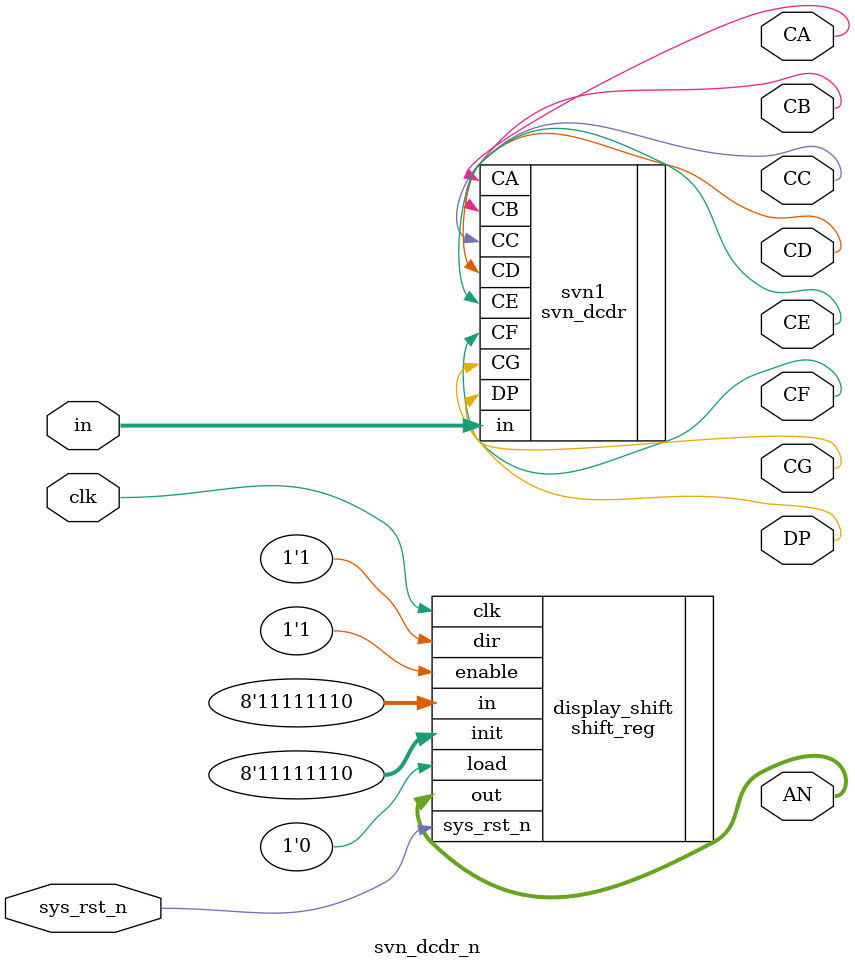
<source format=v>
module svn_dcdr_n (
    input [3:0] in,
    input clk,
    input sys_rst_n,
    output CA, CB, CC, CD, CE, CF, CG,
    output DP,
    output [7:0] AN
);

svn_dcdr svn1 (
    .in(in),
    .CA(CA),
    .CB(CB),
    .CC(CC),
    .CD(CD),
    .CE(CE),
    .CF(CF),
    .CG(CG),
    .DP(DP)
);

shift_reg #(8, 1) display_shift (
    .sys_rst_n(sys_rst_n),
    .clk(clk),
    .enable(1'b1),
    .in(8'b1111_1110),
    .init(8'b1111_1110),
    .load(1'b0),
    .dir(1'b1),
    .out(AN)
);

endmodule
</source>
